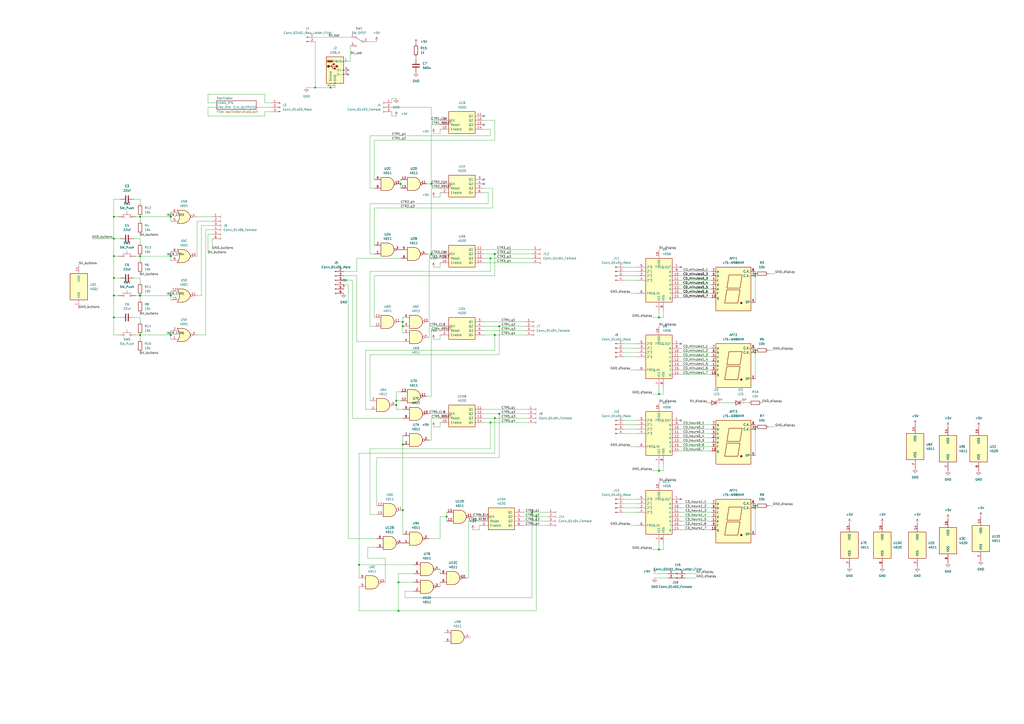
<source format=kicad_sch>
(kicad_sch (version 20211123) (generator eeschema)
  (paper "A2")
  (junction (at 382.27 184.15))
  (junction (at 66.04 138.43))
  (junction (at 382.27 273.05))
  (junction (at 66.04 184.15))
  (junction (at 311.15 299.72))
  (junction (at 81.28 125.73))
  (junction (at 259.08 299.72))
  (junction (at 229.87 234.95))
  (junction (at 250.19 147.32))
  (junction (at 66.04 171.45))
  (junction (at 438.15 247.65))
  (junction (at 99.06 125.73))
  (junction (at 81.28 171.45))
  (junction (at 438.15 203.2))
  (junction (at 232.41 106.68))
  (junction (at 229.87 232.41))
  (junction (at 81.1991 171.45))
  (junction (at 191.77 50.8))
  (junction (at 208.28 327.66))
  (junction (at 250.19 106.68))
  (junction (at 438.15 294.64))
  (junction (at 81.28 194.31))
  (junction (at 284.48 149.86))
  (junction (at 382.27 318.77))
  (junction (at 284.48 245.11))
  (junction (at 99.06 171.45))
  (junction (at 233.68 189.23))
  (junction (at 289.56 240.03))
  (junction (at 287.02 147.32))
  (junction (at 231.14 354.33))
  (junction (at 182.88 50.8))
  (junction (at 99.06 148.59))
  (junction (at 287.02 242.57))
  (junction (at 66.04 161.29))
  (junction (at 308.61 297.18))
  (junction (at 289.56 189.23))
  (junction (at 287.02 194.31))
  (junction (at 438.15 248.92))
  (junction (at 233.68 257.81))
  (junction (at 66.04 125.73))
  (junction (at 438.15 158.75))
  (junction (at 438.15 204.47))
  (junction (at 233.68 295.91))
  (junction (at 382.27 228.6))
  (junction (at 99.06 194.31))
  (junction (at 81.28 148.59))
  (junction (at 233.68 186.69))
  (junction (at 231.14 337.82))
  (junction (at 66.04 148.59))
  (junction (at 438.15 293.37))
  (junction (at 438.15 160.02))
  (no_connect (at 280.67 104.14))
  (no_connect (at 280.67 67.31))
  (no_connect (at 280.67 106.68))
  (no_connect (at 394.97 199.39))
  (no_connect (at 201.93 40.64))
  (no_connect (at 394.97 243.84))
  (no_connect (at 280.67 72.39))
  (no_connect (at 394.97 154.94))
  (no_connect (at 201.93 43.18))
  (no_connect (at 394.97 289.56))
  (wire (pts (xy 208.28 327.66) (xy 240.03 327.66)))
  (wire (pts (xy 99.06 123.19) (xy 99.06 125.73)))
  (wire (pts (xy 412.75 170.18) (xy 394.97 170.18)))
  (wire (pts (xy 207.01 160.02) (xy 207.01 198.12)))
  (wire (pts (xy 289.56 265.43) (xy 218.44 265.43)))
  (wire (pts (xy 438.15 203.2) (xy 438.15 204.47)))
  (wire (pts (xy 448.31 293.37) (xy 445.77 293.37)))
  (wire (pts (xy 438.15 158.75) (xy 438.15 160.02)))
  (wire (pts (xy 255.27 72.39) (xy 250.19 72.39)))
  (wire (pts (xy 255.27 340.36) (xy 255.27 337.82)))
  (wire (pts (xy 412.75 160.02) (xy 394.97 160.02)))
  (wire (pts (xy 284.48 157.48) (xy 214.63 157.48)))
  (wire (pts (xy 229.87 227.33) (xy 229.87 232.41)))
  (wire (pts (xy 270.51 335.28) (xy 271.78 335.28)))
  (wire (pts (xy 120.65 147.32) (xy 120.65 135.89)))
  (wire (pts (xy 218.44 24.13) (xy 213.36 24.13)))
  (wire (pts (xy 119.38 133.35) (xy 123.19 133.35)))
  (wire (pts (xy 438.15 204.47) (xy 438.15 219.71)))
  (wire (pts (xy 438.15 293.37) (xy 438.15 292.1)))
  (wire (pts (xy 227.33 62.23) (xy 250.19 62.23)))
  (wire (pts (xy 153.67 64.77) (xy 157.48 64.77)))
  (wire (pts (xy 248.92 312.42) (xy 255.27 312.42)))
  (wire (pts (xy 378.46 273.05) (xy 382.27 273.05)))
  (wire (pts (xy 384.81 184.15) (xy 384.81 180.34)))
  (wire (pts (xy 247.65 106.68) (xy 250.19 106.68)))
  (wire (pts (xy 247.65 229.87) (xy 250.19 229.87)))
  (wire (pts (xy 229.87 232.41) (xy 229.87 234.95)))
  (wire (pts (xy 125.73 62.23) (xy 120.65 62.23)))
  (wire (pts (xy 308.61 346.71) (xy 234.95 346.71)))
  (wire (pts (xy 232.41 106.68) (xy 232.41 109.22)))
  (wire (pts (xy 255.27 330.2) (xy 255.27 332.74)))
  (wire (pts (xy 394.97 157.48) (xy 412.75 157.48)))
  (wire (pts (xy 280.67 144.78) (xy 308.61 144.78)))
  (wire (pts (xy 289.56 240.03) (xy 306.07 240.03)))
  (wire (pts (xy 394.97 201.93) (xy 412.75 201.93)))
  (wire (pts (xy 274.32 299.72) (xy 278.13 299.72)))
  (wire (pts (xy 361.95 292.1) (xy 369.57 292.1)))
  (wire (pts (xy 241.3 33.02) (xy 241.3 34.29)))
  (wire (pts (xy 66.04 161.29) (xy 69.85 161.29)))
  (wire (pts (xy 361.95 157.48) (xy 369.57 157.48)))
  (wire (pts (xy 116.84 130.81) (xy 116.84 171.45)))
  (wire (pts (xy 66.04 184.15) (xy 66.04 194.31)))
  (wire (pts (xy 78.74 125.73) (xy 81.28 125.73)))
  (wire (pts (xy 412.75 251.46) (xy 394.97 251.46)))
  (wire (pts (xy 53.34 138.43) (xy 66.04 138.43)))
  (wire (pts (xy 412.75 209.55) (xy 394.97 209.55)))
  (wire (pts (xy 361.95 297.18) (xy 369.57 297.18)))
  (wire (pts (xy 384.81 318.77) (xy 384.81 314.96)))
  (wire (pts (xy 289.56 240.03) (xy 289.56 265.43)))
  (wire (pts (xy 182.88 21.59) (xy 203.2 21.59)))
  (wire (pts (xy 361.95 289.56) (xy 369.57 289.56)))
  (wire (pts (xy 214.63 205.74) (xy 289.56 205.74)))
  (wire (pts (xy 361.95 248.92) (xy 369.57 248.92)))
  (wire (pts (xy 280.67 152.4) (xy 308.61 152.4)))
  (wire (pts (xy 81.28 151.13) (xy 81.28 148.59)))
  (wire (pts (xy 233.68 257.81) (xy 233.68 295.91)))
  (wire (pts (xy 123.19 130.81) (xy 116.84 130.81)))
  (wire (pts (xy 361.95 251.46) (xy 369.57 251.46)))
  (wire (pts (xy 255.27 299.72) (xy 259.08 299.72)))
  (wire (pts (xy 250.19 106.68) (xy 255.27 106.68)))
  (wire (pts (xy 412.75 167.64) (xy 394.97 167.64)))
  (wire (pts (xy 248.92 255.27) (xy 250.19 255.27)))
  (wire (pts (xy 218.44 265.43) (xy 218.44 293.37)))
  (wire (pts (xy 280.67 149.86) (xy 284.48 149.86)))
  (wire (pts (xy 233.68 198.12) (xy 207.01 198.12)))
  (wire (pts (xy 120.65 59.69) (xy 120.65 54.61)))
  (wire (pts (xy 99.06 191.77) (xy 99.06 194.31)))
  (wire (pts (xy 303.53 304.8) (xy 317.5 304.8)))
  (wire (pts (xy 361.95 246.38) (xy 369.57 246.38)))
  (wire (pts (xy 66.04 148.59) (xy 68.58 148.59)))
  (wire (pts (xy 311.15 354.33) (xy 311.15 299.72)))
  (wire (pts (xy 66.04 148.59) (xy 66.04 161.29)))
  (wire (pts (xy 289.56 189.23) (xy 304.8 189.23)))
  (wire (pts (xy 99.06 125.73) (xy 81.28 125.73)))
  (wire (pts (xy 66.04 171.45) (xy 68.58 171.45)))
  (wire (pts (xy 394.97 246.38) (xy 412.75 246.38)))
  (wire (pts (xy 287.02 147.32) (xy 280.67 147.32)))
  (wire (pts (xy 412.75 304.8) (xy 394.97 304.8)))
  (wire (pts (xy 212.09 203.2) (xy 287.02 203.2)))
  (wire (pts (xy 255.27 77.47) (xy 255.27 74.93)))
  (wire (pts (xy 199.39 165.1) (xy 201.93 165.1)))
  (wire (pts (xy 382.27 184.15) (xy 384.81 184.15)))
  (wire (pts (xy 214.63 157.48) (xy 214.63 189.23)))
  (wire (pts (xy 99.06 148.59) (xy 99.06 151.13)))
  (wire (pts (xy 240.03 337.82) (xy 231.14 337.82)))
  (wire (pts (xy 208.28 354.33) (xy 231.14 354.33)))
  (wire (pts (xy 412.75 259.08) (xy 394.97 259.08)))
  (wire (pts (xy 412.75 214.63) (xy 394.97 214.63)))
  (wire (pts (xy 229.87 67.31) (xy 227.33 67.31)))
  (wire (pts (xy 119.38 194.31) (xy 119.38 133.35)))
  (wire (pts (xy 251.46 114.3) (xy 255.27 114.3)))
  (wire (pts (xy 116.84 171.45) (xy 114.3 171.45)))
  (wire (pts (xy 255.27 149.86) (xy 248.92 149.86)))
  (wire (pts (xy 287.02 242.57) (xy 306.07 242.57)))
  (wire (pts (xy 153.67 54.61) (xy 153.67 59.69)))
  (wire (pts (xy 69.85 115.57) (xy 66.04 115.57)))
  (wire (pts (xy 217.17 109.22) (xy 214.63 109.22)))
  (wire (pts (xy 223.52 323.85) (xy 213.36 323.85)))
  (wire (pts (xy 123.19 144.78) (xy 123.19 138.43)))
  (wire (pts (xy 412.75 204.47) (xy 394.97 204.47)))
  (wire (pts (xy 417.83 233.68) (xy 424.18 233.68)))
  (wire (pts (xy 213.36 317.5) (xy 218.44 317.5)))
  (wire (pts (xy 248.92 189.23) (xy 248.92 195.58)))
  (wire (pts (xy 81.28 205.74) (xy 81.28 204.47)))
  (wire (pts (xy 234.95 346.71) (xy 234.95 342.9)))
  (wire (pts (xy 412.75 302.26) (xy 394.97 302.26)))
  (wire (pts (xy 361.95 243.84) (xy 369.57 243.84)))
  (wire (pts (xy 284.48 78.74) (xy 284.48 74.93)))
  (wire (pts (xy 201.93 165.1) (xy 201.93 312.42)))
  (wire (pts (xy 287.02 262.89) (xy 208.28 262.89)))
  (wire (pts (xy 77.47 161.29) (xy 81.1991 161.29)))
  (wire (pts (xy 250.19 109.22) (xy 250.19 147.32)))
  (wire (pts (xy 81.28 115.57) (xy 81.28 118.11)))
  (wire (pts (xy 251.46 77.47) (xy 255.27 77.47)))
  (wire (pts (xy 255.27 154.94) (xy 255.27 152.4)))
  (wire (pts (xy 148.59 62.23) (xy 157.48 62.23)))
  (wire (pts (xy 280.67 186.69) (xy 304.8 186.69)))
  (wire (pts (xy 412.75 212.09) (xy 394.97 212.09)))
  (wire (pts (xy 412.75 294.64) (xy 394.97 294.64)))
  (wire (pts (xy 271.78 302.26) (xy 278.13 302.26)))
  (wire (pts (xy 284.48 149.86) (xy 308.61 149.86)))
  (wire (pts (xy 280.67 242.57) (xy 287.02 242.57)))
  (wire (pts (xy 214.63 147.32) (xy 214.63 118.11)))
  (wire (pts (xy 232.41 104.14) (xy 232.41 106.68)))
  (wire (pts (xy 81.28 184.15) (xy 81.28 186.69)))
  (wire (pts (xy 99.06 125.73) (xy 99.06 128.27)))
  (wire (pts (xy 255.27 114.3) (xy 255.27 111.76)))
  (wire (pts (xy 233.68 186.69) (xy 233.68 189.23)))
  (wire (pts (xy 177.8 50.8) (xy 182.88 50.8)))
  (wire (pts (xy 214.63 260.35) (xy 284.48 260.35)))
  (wire (pts (xy 255.27 189.23) (xy 248.92 189.23)))
  (wire (pts (xy 81.1991 161.29) (xy 81.28 163.83)))
  (wire (pts (xy 78.74 148.59) (xy 81.28 148.59)))
  (wire (pts (xy 287.02 81.28) (xy 287.02 69.85)))
  (wire (pts (xy 227.33 67.31) (xy 227.33 64.77)))
  (wire (pts (xy 99.06 171.45) (xy 99.06 173.99)))
  (wire (pts (xy 99.06 148.59) (xy 81.28 148.59)))
  (wire (pts (xy 229.87 227.33) (xy 232.41 227.33)))
  (wire (pts (xy 232.41 186.69) (xy 233.68 186.69)))
  (wire (pts (xy 255.27 312.42) (xy 255.27 299.72)))
  (wire (pts (xy 361.95 204.47) (xy 369.57 204.47)))
  (wire (pts (xy 280.67 194.31) (xy 287.02 194.31)))
  (wire (pts (xy 66.04 161.29) (xy 66.04 171.45)))
  (wire (pts (xy 251.46 154.94) (xy 255.27 154.94)))
  (wire (pts (xy 412.75 248.92) (xy 394.97 248.92)))
  (wire (pts (xy 199.39 160.02) (xy 207.01 160.02)))
  (wire (pts (xy 394.97 292.1) (xy 412.75 292.1)))
  (wire (pts (xy 303.53 297.18) (xy 308.61 297.18)))
  (wire (pts (xy 248.92 149.86) (xy 248.92 186.69)))
  (wire (pts (xy 213.36 323.85) (xy 213.36 317.5)))
  (wire (pts (xy 99.06 194.31) (xy 99.06 196.85)))
  (wire (pts (xy 412.75 256.54) (xy 394.97 256.54)))
  (wire (pts (xy 153.67 59.69) (xy 157.48 59.69)))
  (wire (pts (xy 438.15 160.02) (xy 438.15 175.26)))
  (wire (pts (xy 81.28 160.02) (xy 81.28 158.75)))
  (wire (pts (xy 66.04 138.43) (xy 66.04 148.59)))
  (wire (pts (xy 280.67 237.49) (xy 306.07 237.49)))
  (wire (pts (xy 231.14 354.33) (xy 311.15 354.33)))
  (wire (pts (xy 214.63 232.41) (xy 214.63 205.74)))
  (wire (pts (xy 378.46 318.77) (xy 382.27 318.77)))
  (wire (pts (xy 214.63 118.11) (xy 283.21 118.11)))
  (wire (pts (xy 114.3 128.27) (xy 123.19 128.27)))
  (wire (pts (xy 303.53 302.26) (xy 317.5 302.26)))
  (wire (pts (xy 114.3 125.73) (xy 123.19 125.73)))
  (wire (pts (xy 250.19 191.77) (xy 250.19 229.87)))
  (wire (pts (xy 259.08 299.72) (xy 259.08 302.26)))
  (wire (pts (xy 438.15 203.2) (xy 438.15 201.93)))
  (wire (pts (xy 287.02 203.2) (xy 287.02 194.31)))
  (wire (pts (xy 248.92 240.03) (xy 255.27 240.03)))
  (wire (pts (xy 125.73 59.69) (xy 120.65 59.69)))
  (wire (pts (xy 233.68 295.91) (xy 233.68 309.88)))
  (wire (pts (xy 250.19 72.39) (xy 250.19 106.68)))
  (wire (pts (xy 438.15 248.92) (xy 438.15 264.16)))
  (wire (pts (xy 250.19 69.85) (xy 255.27 69.85)))
  (wire (pts (xy 69.85 138.43) (xy 66.04 138.43)))
  (wire (pts (xy 208.28 340.36) (xy 208.28 354.33)))
  (wire (pts (xy 412.75 207.01) (xy 394.97 207.01)))
  (wire (pts (xy 284.48 149.86) (xy 284.48 157.48)))
  (wire (pts (xy 361.95 162.56) (xy 369.57 162.56)))
  (wire (pts (xy 250.19 147.32) (xy 255.27 147.32)))
  (wire (pts (xy 77.47 115.57) (xy 81.28 115.57)))
  (wire (pts (xy 114.3 194.31) (xy 119.38 194.31)))
  (wire (pts (xy 214.63 109.22) (xy 214.63 78.74)))
  (wire (pts (xy 280.67 74.93) (xy 284.48 74.93)))
  (wire (pts (xy 308.61 297.18) (xy 317.5 297.18)))
  (wire (pts (xy 449.58 247.65) (xy 445.77 247.65)))
  (wire (pts (xy 217.17 81.28) (xy 287.02 81.28)))
  (wire (pts (xy 81.28 137.16) (xy 81.28 135.89)))
  (wire (pts (xy 278.13 307.34) (xy 278.13 304.8)))
  (wire (pts (xy 438.15 247.65) (xy 438.15 246.38)))
  (wire (pts (xy 283.21 118.11) (xy 283.21 111.76)))
  (wire (pts (xy 81.28 128.27) (xy 81.28 125.73)))
  (wire (pts (xy 361.95 154.94) (xy 369.57 154.94)))
  (wire (pts (xy 311.15 299.72) (xy 317.5 299.72)))
  (wire (pts (xy 81.28 171.45) (xy 99.06 171.45)))
  (wire (pts (xy 78.74 194.31) (xy 81.28 194.31)))
  (wire (pts (xy 120.65 135.89) (xy 123.19 135.89)))
  (wire (pts (xy 247.65 147.32) (xy 250.19 147.32)))
  (wire (pts (xy 250.19 255.27) (xy 250.19 242.57)))
  (wire (pts (xy 280.67 69.85) (xy 287.02 69.85)))
  (wire (pts (xy 81.28 182.88) (xy 81.28 181.61)))
  (wire (pts (xy 69.85 184.15) (xy 66.04 184.15)))
  (wire (pts (xy 217.17 147.32) (xy 214.63 147.32)))
  (wire (pts (xy 227.33 59.69) (xy 227.33 57.15)))
  (wire (pts (xy 361.95 207.01) (xy 369.57 207.01)))
  (wire (pts (xy 412.75 307.34) (xy 394.97 307.34)))
  (wire (pts (xy 208.28 327.66) (xy 208.28 335.28)))
  (wire (pts (xy 412.75 297.18) (xy 394.97 297.18)))
  (wire (pts (xy 271.78 335.28) (xy 271.78 302.26)))
  (wire (pts (xy 448.31 203.2) (xy 445.77 203.2)))
  (wire (pts (xy 234.95 342.9) (xy 240.03 342.9)))
  (wire (pts (xy 201.93 312.42) (xy 218.44 312.42)))
  (wire (pts (xy 212.09 237.49) (xy 212.09 203.2)))
  (wire (pts (xy 214.63 237.49) (xy 212.09 237.49)))
  (wire (pts (xy 284.48 245.11) (xy 280.67 245.11)))
  (wire (pts (xy 223.52 337.82) (xy 223.52 323.85)))
  (wire (pts (xy 182.88 50.8) (xy 191.77 50.8)))
  (wire (pts (xy 280.67 240.03) (xy 289.56 240.03)))
  (wire (pts (xy 99.06 168.91) (xy 99.06 171.45)))
  (wire (pts (xy 412.75 162.56) (xy 394.97 162.56)))
  (wire (pts (xy 378.46 228.6) (xy 382.27 228.6)))
  (wire (pts (xy 361.95 199.39) (xy 369.57 199.39)))
  (wire (pts (xy 250.19 62.23) (xy 250.19 69.85)))
  (wire (pts (xy 233.68 189.23) (xy 233.68 193.04)))
  (wire (pts (xy 382.27 314.96) (xy 382.27 318.77)))
  (wire (pts (xy 382.27 180.34) (xy 382.27 184.15)))
  (wire (pts (xy 214.63 189.23) (xy 217.17 189.23)))
  (wire (pts (xy 231.14 337.82) (xy 231.14 354.33)))
  (wire (pts (xy 182.88 24.13) (xy 182.88 50.8)))
  (wire (pts (xy 207.01 149.86) (xy 207.01 157.48)))
  (wire (pts (xy 217.17 120.65) (xy 217.17 142.24)))
  (wire (pts (xy 434.34 233.68) (xy 431.8 233.68)))
  (wire (pts (xy 287.02 160.02) (xy 287.02 147.32)))
  (wire (pts (xy 217.17 104.14) (xy 217.17 81.28)))
  (wire (pts (xy 217.17 160.02) (xy 287.02 160.02)))
  (wire (pts (xy 232.41 149.86) (xy 207.01 149.86)))
  (wire (pts (xy 412.75 172.72) (xy 394.97 172.72)))
  (wire (pts (xy 227.33 57.15) (xy 229.87 57.15)))
  (wire (pts (xy 412.75 261.62) (xy 394.97 261.62)))
  (wire (pts (xy 403.86 335.28) (xy 397.51 335.28)))
  (wire (pts (xy 369.57 304.8) (xy 365.76 304.8)))
  (wire (pts (xy 99.06 146.05) (xy 99.06 148.59)))
  (wire (pts (xy 204.47 242.57) (xy 233.68 242.57)))
  (wire (pts (xy 81.28 196.85) (xy 81.28 194.31)))
  (wire (pts (xy 361.95 201.93) (xy 369.57 201.93)))
  (wire (pts (xy 201.93 35.56) (xy 203.2 35.56)))
  (wire (pts (xy 233.68 252.73) (xy 233.68 257.81)))
  (wire (pts (xy 280.67 189.23) (xy 289.56 189.23)))
  (wire (pts (xy 214.63 298.45) (xy 214.63 260.35)))
  (wire (pts (xy 378.46 184.15) (xy 382.27 184.15)))
  (wire (pts (xy 77.47 138.43) (xy 81.28 138.43)))
  (wire (pts (xy 208.28 262.89) (xy 208.28 327.66)))
  (wire (pts (xy 229.87 234.95) (xy 229.87 237.49)))
  (wire (pts (xy 379.73 335.28) (xy 387.35 335.28)))
  (wire (pts (xy 369.57 259.08) (xy 365.76 259.08)))
  (wire (pts (xy 66.04 125.73) (xy 68.58 125.73)))
  (wire (pts (xy 303.53 299.72) (xy 311.15 299.72)))
  (wire (pts (xy 207.01 157.48) (xy 199.39 157.48)))
  (wire (pts (xy 231.14 332.74) (xy 231.14 337.82)))
  (wire (pts (xy 240.03 332.74) (xy 231.14 332.74)))
  (wire (pts (xy 382.27 228.6) (xy 384.81 228.6)))
  (wire (pts (xy 255.27 247.65) (xy 255.27 245.11)))
  (wire (pts (xy 384.81 228.6) (xy 384.81 224.79)))
  (wire (pts (xy 191.77 50.8) (xy 194.31 50.8)))
  (wire (pts (xy 287.02 194.31) (xy 304.8 194.31)))
  (wire (pts (xy 78.74 171.45) (xy 81.1991 171.45)))
  (wire (pts (xy 438.15 158.75) (xy 438.15 157.48)))
  (wire (pts (xy 285.75 109.22) (xy 285.75 120.65)))
  (wire (pts (xy 217.17 184.15) (xy 217.17 160.02)))
  (wire (pts (xy 204.47 162.56) (xy 199.39 162.56)))
  (wire (pts (xy 412.75 217.17) (xy 394.97 217.17)))
  (wire (pts (xy 438.15 247.65) (xy 438.15 248.92)))
  (wire (pts (xy 255.27 109.22) (xy 250.19 109.22)))
  (wire (pts (xy 66.04 171.45) (xy 66.04 184.15)))
  (wire (pts (xy 120.65 54.61) (xy 153.67 54.61)))
  (wire (pts (xy 438.15 293.37) (xy 438.15 294.64)))
  (wire (pts (xy 449.58 158.75) (xy 445.77 158.75)))
  (wire (pts (xy 274.32 307.34) (xy 278.13 307.34)))
  (wire (pts (xy 229.87 232.41) (xy 232.41 232.41)))
  (wire (pts (xy 382.27 224.79) (xy 382.27 228.6)))
  (wire (pts (xy 68.58 194.31) (xy 66.04 194.31)))
  (wire (pts (xy 81.28 138.43) (xy 81.28 140.97)))
  (wire (pts (xy 280.67 111.76) (xy 283.21 111.76)))
  (wire (pts (xy 81.28 173.99) (xy 81.28 171.45)))
  (wire (pts (xy 361.95 160.02) (xy 369.57 160.02)))
  (wire (pts (xy 384.81 273.05) (xy 384.81 269.24)))
  (wire (pts (xy 66.04 115.57) (xy 66.04 125.73)))
  (wire (pts (xy 287.02 147.32) (xy 308.61 147.32)))
  (wire (pts (xy 382.27 273.05) (xy 384.81 273.05)))
  (wire (pts (xy 214.63 78.74) (xy 284.48 78.74)))
  (wire (pts (xy 120.65 67.31) (xy 153.67 67.31)))
  (wire (pts (xy 369.57 170.18) (xy 365.76 170.18)))
  (wire (pts (xy 66.04 125.73) (xy 66.04 138.43)))
  (wire (pts (xy 382.27 318.77) (xy 384.81 318.77)))
  (wire (pts (xy 284.48 260.35) (xy 284.48 245.11)))
  (wire (pts (xy 153.67 67.31) (xy 153.67 64.77)))
  (wire (pts (xy 77.47 184.15) (xy 81.28 184.15)))
  (wire (pts (xy 229.87 237.49) (xy 233.68 237.49)))
  (wire (pts (xy 218.44 298.45) (xy 214.63 298.45)))
  (wire (pts (xy 203.2 35.56) (xy 203.2 26.67)))
  (wire (pts (xy 259.08 299.72) (xy 259.08 297.18)))
  (wire (pts (xy 255.27 196.85) (xy 255.27 194.31)))
  (wire (pts (xy 379.73 332.74) (xy 387.35 332.74)))
  (wire (pts (xy 280.67 191.77) (xy 304.8 191.77)))
  (wire (pts (xy 361.95 294.64) (xy 369.57 294.64)))
  (wire (pts (xy 233.68 184.15) (xy 233.68 186.69)))
  (wire (pts (xy 412.75 165.1) (xy 394.97 165.1)))
  (wire (pts (xy 412.75 299.72) (xy 394.97 299.72)))
  (wire (pts (xy 251.46 247.65) (xy 255.27 247.65)))
  (wire (pts (xy 308.61 297.18) (xy 308.61 346.71)))
  (wire (pts (xy 280.67 109.22) (xy 285.75 109.22)))
  (wire (pts (xy 204.47 242.57) (xy 204.47 162.56)))
  (wire (pts (xy 412.75 254) (xy 394.97 254)))
  (wire (pts (xy 403.86 332.74) (xy 397.51 332.74)))
  (wire (pts (xy 369.57 214.63) (xy 365.76 214.63)))
  (wire (pts (xy 289.56 205.74) (xy 289.56 189.23)))
  (wire (pts (xy 285.75 120.65) (xy 217.17 120.65)))
  (wire (pts (xy 120.65 62.23) (xy 120.65 67.31)))
  (wire (pts (xy 287.02 242.57) (xy 287.02 262.89)))
  (wire (pts (xy 81.28 171.45) (xy 81.1991 171.45)))
  (wire (pts (xy 284.48 245.11) (xy 306.07 245.11)))
  (wire (pts (xy 438.15 294.64) (xy 438.15 309.88)))
  (wire (pts (xy 251.46 196.85) (xy 255.27 196.85)))
  (wire (pts (xy 114.3 148.59) (xy 114.3 128.27)))
  (wire (pts (xy 382.27 269.24) (xy 382.27 273.05)))
  (wire (pts (xy 250.19 242.57) (xy 255.27 242.57)))
  (wire (pts (xy 81.28 194.31) (xy 99.06 194.31)))
  (wire (pts (xy 250.19 191.77) (xy 255.27 191.77)))
  (label "GND_display" (at 378.46 273.05 180))
  (label "CD_hours0_7" (at 396.24 261.62 0))
  (label "INCR_CTR6" (at 96.52 194.31 0))
  (label "CD_minutes1_3" (at 396.24 207.01 0))
  (label "5V_buttons" (at 81.28 137.16 0))
  (label "GND_display" (at 378.46 318.77 180))
  (label "CD_minutes0_4" (at 396.24 165.1 0))
  (label "CTR1_q2" (at 227.33 81.28 0))
  (label "5V_display" (at 382.27 144.78 0))
  (label "INCR_CTR3" (at 96.52 125.73 0))
  (label "CD_hours1_7" (at 397.51 307.34 0))
  (label "GND_display" (at 403.86 335.28 0))
  (label "CD_minutes0_6" (at 396.24 170.18 0))
  (label "CTR5_CLK" (at 248.92 240.03 0))
  (label "CD_hours1_2" (at 397.51 294.64 0))
  (label "CD_minutes1_1" (at 396.24 201.93 0))
  (label "CD_minutes1_4" (at 396.24 209.55 0))
  (label "5V_display" (at 382.27 189.23 0))
  (label "CTR6_q1" (at 304.8 297.18 0))
  (label "CTR1_q4" (at 227.33 78.74 0))
  (label "GND_display" (at 448.31 293.37 0))
  (label "GND_buttons" (at 45.72 179.07 0))
  (label "CD_minutes1_5" (at 396.24 212.09 0))
  (label "CD_minutes0_2" (at 396.24 160.02 0))
  (label "CTR5_q3" (at 290.83 242.57 0))
  (label "CTR2_CLK" (at 250.19 106.68 0))
  (label "CTR6_RESET" (at 271.78 302.26 0))
  (label "CTR5_q4" (at 290.83 245.11 0))
  (label "CD_minutes1_6" (at 396.24 214.63 0))
  (label "CD_minutes0_3" (at 396.24 162.56 0))
  (label "5V_display" (at 382.27 233.68 0))
  (label "CD_minutes0_7" (at 396.24 172.72 0))
  (label "GND_display" (at 449.58 158.75 0))
  (label "CTR4_q2" (at 290.83 189.23 0))
  (label "CD_minutes0_5" (at 396.24 167.64 0))
  (label "5V_buttons" (at 81.28 160.02 0))
  (label "CD_minutes0_6" (at 396.24 170.18 0))
  (label "CTR4_q4" (at 290.83 194.31 0))
  (label "GND_buttons" (at 123.19 144.78 0))
  (label "CTR5_RESET" (at 250.19 242.57 0))
  (label "CTR1_RESET" (at 250.19 72.39 0))
  (label "GND_display" (at 365.76 214.63 180))
  (label "CTR3_q2" (at 288.29 147.32 0))
  (label "CD_minutes0_7" (at 396.24 172.72 0))
  (label "CD_minutes0_5" (at 396.24 167.64 0))
  (label "5V_display" (at 410.21 233.68 180))
  (label "CD_hours0_2" (at 396.24 248.92 0))
  (label "5V_bat" (at 190.5 21.59 0))
  (label "GND_display" (at 378.46 184.15 180))
  (label "5V_buttons" (at 81.28 182.88 0))
  (label "GND_buttons" (at 53.34 138.43 0))
  (label "GND_display" (at 449.58 247.65 0))
  (label "INCR_CTR4" (at 96.52 148.59 0))
  (label "GND_display" (at 448.31 203.2 0))
  (label "CTR3_q1" (at 288.29 144.78 0))
  (label "5V_buttons" (at 81.28 205.74 0))
  (label "5V_display" (at 403.86 332.74 0))
  (label "CTR5_q2" (at 290.83 240.03 0))
  (label "CTR3_RESET" (at 248.92 149.86 0))
  (label "CTR6_q4" (at 304.8 304.8 0))
  (label "CTR1_CLK" (at 250.19 69.85 0))
  (label "CD_hours0_5" (at 396.24 256.54 0))
  (label "CD_hours1_4" (at 397.51 299.72 0))
  (label "CD_hours0_1" (at 396.24 246.38 0))
  (label "GND_display" (at 378.46 228.6 180))
  (label "CD_hours0_6" (at 396.24 259.08 0))
  (label "CTR4_RESET" (at 250.19 191.77 0))
  (label "CTR6_q3" (at 304.8 302.26 0))
  (label "CD_hours1_3" (at 397.51 297.18 0))
  (label "CTR3_q3" (at 288.29 149.86 0))
  (label "5V_display" (at 382.27 279.4 0))
  (label "CD_hours0_3" (at 396.24 251.46 0))
  (label "CTR4_q1" (at 290.83 186.69 0))
  (label "CD_minutes1_7" (at 396.24 217.17 0))
  (label "GND_display" (at 365.76 304.8 180))
  (label "INCR_CTR5" (at 96.52 171.45 0))
  (label "GND_display" (at 365.76 259.08 180))
  (label "CD_hours1_6" (at 397.51 304.8 0))
  (label "CTR6_q2" (at 304.8 299.72 0))
  (label "CD_minutes0_1" (at 396.24 157.48 0))
  (label "5V_buttons" (at 120.65 147.32 0))
  (label "CD_hours0_4" (at 396.24 254 0))
  (label "CTR5_q1" (at 290.83 237.49 0))
  (label "CTR4_CLK" (at 248.92 189.23 0))
  (label "GND_display" (at 365.76 170.18 180))
  (label "CD_minutes0_3" (at 396.24 162.56 0))
  (label "5V_buttons" (at 45.72 153.67 0))
  (label "CD_minutes1_2" (at 396.24 204.47 0))
  (label "CD_hours1_1" (at 397.51 292.1 0))
  (label "5V_usb" (at 203.2 31.75 0))
  (label "CD_minutes0_2" (at 396.24 160.02 0))
  (label "GND_display" (at 441.96 233.68 0))
  (label "CTR2_q3" (at 232.41 120.65 0))
  (label "CTR6_CLK" (at 274.32 299.72 0))
  (label "CD_minutes0_4" (at 396.24 165.1 0))
  (label "CTR3_q4" (at 288.29 152.4 0))
  (label "CTR2_RESET" (at 250.19 109.22 0))
  (label "CTR4_q3" (at 290.83 191.77 0))
  (label "CTR3_CLK" (at 250.19 147.32 0))
  (label "CTR2_q4" (at 232.41 118.11 0))
  (label "CD_hours1_5" (at 397.51 302.26 0))
  (symbol (lib_id "Connector:Conn_01x02_Male") (at 392.43 332.74 0) (unit 1)
    (property "Reference" "J15" (at 393.065 327.66 0))
    (property "Value" "Conn_02x01_Row_Letter_First" (at 393.065 330.2 0))
    (property "Footprint" "Connector_PinSocket_2.54mm:PinSocket_1x02_P2.54mm_Vertical" (effects hide))
  )
  (symbol (lib_id "power:GND") (at 379.73 335.28 0) (unit 1)
    (property "Reference" "#PWR0101" (effects hide))
    (property "Value" "GND" (at 379.73 340.36 0))
  )
  (symbol (lib_id "4xxx:4011") (at 247.65 330.2 0) (mirror x) (unit 2)
    (property "Reference" "U7" (at 247.65 321.31 0))
    (property "Value" "4011" (at 247.65 323.85 0))
    (property "Footprint" "Package_DIP:DIP-14_W7.62mm_Socket" (effects hide))
    (property "Datasheet" "http://www.intersil.com/content/dam/Intersil/documents/cd40/cd4011bms-12bms-23bms.pdf" (effects hide))
  )
  (symbol (lib_id "4xxx:4011") (at 226.06 314.96 0) (mirror x) (unit 2)
    (property "Reference" "U12" (at 226.06 306.07 0))
    (property "Value" "4011" (at 226.06 308.61 0))
    (property "Footprint" "Package_DIP:DIP-14_W7.62mm_Socket" (effects hide))
    (property "Datasheet" "http://www.intersil.com/content/dam/Intersil/documents/cd40/cd4011bms-12bms-23bms.pdf" (effects hide))
  )
  (symbol (lib_id "power:+5V") (at 251.46 77.47 0) (unit 1)
    (property "Reference" "#PWR06" (effects hide))
    (property "Value" "+5V" (at 248.92 76.1999 0) (effects (justify right)))
  )
  (symbol (lib_id "Device:R") (at 441.96 247.65 90) (unit 1)
    (property "Reference" "R7" (at 441.96 241.3 90))
    (property "Value" "10k" (at 441.96 243.84 90))
    (property "Footprint" "Resistor_THT:R_Axial_DIN0207_L6.3mm_D2.5mm_P7.62mm_Horizontal" (effects hide))
  )
  (symbol (lib_id "power:GND") (at 549.91 326.39 0) (unit 1)
    (property "Reference" "#PWR034" (effects hide))
    (property "Value" "GND" (at 549.91 331.47 0))
  )
  (symbol (lib_id "Device:R") (at 81.28 154.94 180) (unit 1)
    (property "Reference" "R6" (at 83.82 153.6699 0) (effects (justify right)))
    (property "Value" "10k" (at 83.82 156.2099 0) (effects (justify right)))
    (property "Footprint" "Resistor_THT:R_Axial_DIN0207_L6.3mm_D2.5mm_P7.62mm_Horizontal" (effects hide))
  )
  (symbol (lib_id "Device:R") (at 81.28 144.78 180) (unit 1)
    (property "Reference" "R13" (at 83.82 143.5099 0) (effects (justify right)))
    (property "Value" "10k" (at 83.82 146.0499 0) (effects (justify right)))
    (property "Footprint" "Resistor_THT:R_Axial_DIN0207_L6.3mm_D2.5mm_P7.62mm_Horizontal" (effects hide))
  )
  (symbol (lib_id "power:+5V") (at 251.46 196.85 0) (unit 1)
    (property "Reference" "#PWR017" (effects hide))
    (property "Value" "+5V" (at 251.46 191.77 0))
  )
  (symbol (lib_id "Connector:Conn_01x03_Male") (at 162.56 62.23 0) (mirror y) (unit 1)
    (property "Reference" "J3" (at 163.83 60.9599 0) (effects (justify right)))
    (property "Value" "Conn_01x03_Male" (at 163.83 63.4999 0) (effects (justify right)))
    (property "Footprint" "Connector_PinHeader_2.54mm:PinHeader_1x03_P2.54mm_Vertical" (effects hide))
  )
  (symbol (lib_id "Connector:Conn_01x06_Male") (at 194.31 162.56 0) (unit 1)
    (property "Reference" "J5" (at 194.945 152.4 0))
    (property "Value" "Conn_01x06_Male" (at 194.945 154.94 0))
    (property "Footprint" "Connector_PinSocket_2.54mm:PinSocket_1x06_P2.54mm_Vertical" (effects hide))
  )
  (symbol (lib_id "4xxx:4011") (at 241.3 255.27 0) (unit 1)
    (property "Reference" "U7" (at 241.3 246.38 0))
    (property "Value" "4011" (at 241.3 248.92 0))
    (property "Footprint" "Package_DIP:DIP-14_W7.62mm_Socket" (effects hide))
    (property "Datasheet" "http://www.intersil.com/content/dam/Intersil/documents/cd40/cd4011bms-12bms-23bms.pdf" (effects hide))
  )
  (symbol (lib_id "4xxx-addon:4055") (at 382.27 162.56 0) (unit 1)
    (property "Reference" "U4" (at 384.2894 144.78 0) (effects (justify left)))
    (property "Value" "4056" (at 384.2894 147.32 0) (effects (justify left)))
    (property "Footprint" "Package_DIP:DIP-16_W7.62mm_Socket" (effects hide))
    (property "Datasheet" "http://www.ti.com/lit/ds/symlink/cd4056b.pdf" (effects hide))
  )
  (symbol (lib_id "4xxx:4001") (at 106.68 194.31 0) (mirror x) (unit 1)
    (property "Reference" "U5" (at 106.68 185.42 0))
    (property "Value" "4001" (at 106.68 187.96 0))
    (property "Footprint" "Package_DIP:DIP-14_W7.62mm_Socket" (effects hide))
    (property "Datasheet" "http://www.intersil.com/content/dam/Intersil/documents/cd40/cd4000bms-01bms-02bms-25bms.pdf" (effects hide))
  )
  (symbol (lib_id "4xxx:4520") (at 511.81 316.23 0) (unit 3)
    (property "Reference" "U10" (at 518.16 314.9599 0) (effects (justify left)))
    (property "Value" "4520" (at 518.16 317.4999 0) (effects (justify left)))
    (property "Footprint" "Package_DIP:DIP-16_W7.62mm_Socket" (effects hide))
    (property "Datasheet" "http://www.intersil.com/content/dam/Intersil/documents/cd45/cd4518bms-20bms.pdf" (effects hide))
  )
  (symbol (lib_id "Device:R") (at 81.28 177.8 180) (unit 1)
    (property "Reference" "R8" (at 83.82 176.5299 0) (effects (justify right)))
    (property "Value" "10k" (at 83.82 179.0699 0) (effects (justify right)))
    (property "Footprint" "Resistor_THT:R_Axial_DIN0207_L6.3mm_D2.5mm_P7.62mm_Horizontal" (effects hide))
  )
  (symbol (lib_id "Device:C") (at 241.3 38.1 0) (unit 1)
    (property "Reference" "C7" (at 245.11 36.8299 0) (effects (justify left)))
    (property "Value" "560u" (at 245.11 39.3699 0) (effects (justify left)))
    (property "Footprint" "Capacitor_THT:CP_Radial_D10.0mm_P5.00mm" (effects hide))
  )
  (symbol (lib_id "power:+5V") (at 274.32 307.34 0) (unit 1)
    (property "Reference" "#PWR039" (effects hide))
    (property "Value" "+5V" (at 274.32 302.26 0))
  )
  (symbol (lib_id "Connector:Conn_01x04_Female") (at 311.15 240.03 0) (unit 1)
    (property "Reference" "J9" (at 312.42 240.0299 0) (effects (justify left)))
    (property "Value" "Conn_01x04_Female" (at 312.42 242.5699 0) (effects (justify left)))
    (property "Footprint" "Connector_PinSocket_2.54mm:PinSocket_1x04_P2.54mm_Vertical" (effects hide))
  )
  (symbol (lib_id "4xxx:4001") (at 106.68 148.59 0) (unit 3)
    (property "Reference" "U5" (at 106.68 139.7 0))
    (property "Value" "4001" (at 106.68 142.24 0))
    (property "Footprint" "Package_DIP:DIP-14_W7.62mm_Socket" (effects hide))
    (property "Datasheet" "http://www.intersil.com/content/dam/Intersil/documents/cd40/cd4000bms-01bms-02bms-25bms.pdf" (effects hide))
  )
  (symbol (lib_id "4xxx:4520") (at 267.97 106.68 0) (unit 1)
    (property "Reference" "U1" (at 267.97 96.52 0))
    (property "Value" "4520" (at 267.97 99.06 0))
    (property "Footprint" "Package_DIP:DIP-16_W7.62mm_Socket" (effects hide))
    (property "Datasheet" "http://www.intersil.com/content/dam/Intersil/documents/cd45/cd4518bms-20bms.pdf" (effects hide))
  )
  (symbol (lib_id "4xxx:4011") (at 262.89 335.28 0) (unit 3)
    (property "Reference" "U12" (at 262.89 326.39 0))
    (property "Value" "4011" (at 262.89 328.93 0))
    (property "Footprint" "Package_DIP:DIP-14_W7.62mm_Socket" (effects hide))
    (property "Datasheet" "http://www.intersil.com/content/dam/Intersil/documents/cd40/cd4011bms-12bms-23bms.pdf" (effects hide))
  )
  (symbol (lib_id "4xxx:4011") (at 266.7 299.72 0) (mirror x) (unit 4)
    (property "Reference" "U12" (at 266.7 290.83 0))
    (property "Value" "4011" (at 266.7 293.37 0))
    (property "Footprint" "Package_DIP:DIP-14_W7.62mm_Socket" (effects hide))
    (property "Datasheet" "http://www.intersil.com/content/dam/Intersil/documents/cd40/cd4011bms-12bms-23bms.pdf" (effects hide))
  )
  (symbol (lib_id "power:+5V") (at 492.76 303.53 0) (unit 1)
    (property "Reference" "#PWR042" (effects hide))
    (property "Value" "+5V" (at 492.76 298.45 0))
  )
  (symbol (lib_id "power:GND") (at 568.96 325.12 0) (unit 1)
    (property "Reference" "#PWR036" (effects hide))
    (property "Value" "GND" (at 568.96 330.2 0))
  )
  (symbol (lib_id "4xxx:4001") (at 45.72 166.37 0) (unit 5)
    (property "Reference" "U5" (at 52.07 165.0999 0) (effects (justify left)))
    (property "Value" "4001" (at 52.07 167.6399 0) (effects (justify left)))
    (property "Footprint" "Package_DIP:DIP-14_W7.62mm_Socket" (effects hide))
    (property "Datasheet" "http://www.intersil.com/content/dam/Intersil/documents/cd40/cd4000bms-01bms-02bms-25bms.pdf" (effects hide))
  )
  (symbol (lib_id "power:+5V") (at 199.39 167.64 0) (unit 1)
    (property "Reference" "#PWR03" (effects hide))
    (property "Value" "+5V" (at 199.39 162.56 0))
  )
  (symbol (lib_id "power:+5V") (at 379.73 332.74 0) (unit 1)
    (property "Reference" "#PWR037" (effects hide))
    (property "Value" "+5V" (at 377.19 331.4699 0) (effects (justify right)))
  )
  (symbol (lib_id "4xxx:4011") (at 492.76 316.23 0) (unit 5)
    (property "Reference" "U7" (at 499.11 314.9599 0) (effects (justify left)))
    (property "Value" "4011" (at 499.11 317.4999 0) (effects (justify left)))
    (property "Footprint" "Package_DIP:DIP-14_W7.62mm_Socket" (effects hide))
    (property "Datasheet" "http://www.intersil.com/content/dam/Intersil/documents/cd40/cd4011bms-12bms-23bms.pdf" (effects hide))
  )
  (symbol (lib_id "Connector:Conn_01x04_Female") (at 309.88 189.23 0) (unit 1)
    (property "Reference" "J7" (at 311.15 189.2299 0) (effects (justify left)))
    (property "Value" "Conn_01x04_Female" (at 311.15 191.7699 0) (effects (justify left)))
    (property "Footprint" "Connector_PinSocket_2.54mm:PinSocket_1x04_P2.54mm_Vertical" (effects hide))
  )
  (symbol (lib_id "4xxx:4011") (at 215.9 337.82 0) (unit 3)
    (property "Reference" "U9" (at 215.9 328.93 0))
    (property "Value" "4011" (at 215.9 331.47 0))
    (property "Footprint" "Package_DIP:DIP-14_W7.62mm_Socket" (effects hide))
    (property "Datasheet" "http://www.intersil.com/content/dam/Intersil/documents/cd40/cd4011bms-12bms-23bms.pdf" (effects hide))
  )
  (symbol (lib_id "power:+5V") (at 511.81 303.53 0) (unit 1)
    (property "Reference" "#PWR040" (effects hide))
    (property "Value" "+5V" (at 511.81 298.45 0))
  )
  (symbol (lib_id "power:+5V") (at 530.86 246.38 0) (unit 1)
    (property "Reference" "#PWR018" (effects hide))
    (property "Value" "+5V" (at 530.86 241.3 0))
  )
  (symbol (lib_id "4xxx-addon:4055") (at 382.27 207.01 0) (unit 1)
    (property "Reference" "U8" (at 384.2894 189.23 0) (effects (justify left)))
    (property "Value" "4056" (at 384.2894 191.77 0) (effects (justify left)))
    (property "Footprint" "Package_DIP:DIP-16_W7.62mm_Socket" (effects hide))
    (property "Datasheet" "http://www.ti.com/lit/ds/symlink/cd4056b.pdf" (effects hide))
  )
  (symbol (lib_id "4xxx:4011") (at 240.03 106.68 0) (unit 4)
    (property "Reference" "U2" (at 240.03 97.79 0))
    (property "Value" "4011" (at 240.03 100.33 0))
    (property "Footprint" "Package_DIP:DIP-14_W7.62mm_Socket" (effects hide))
    (property "Datasheet" "http://www.intersil.com/content/dam/Intersil/documents/cd40/cd4011bms-12bms-23bms.pdf" (effects hide))
  )
  (symbol (lib_id "Switch:SW_Push") (at 73.66 148.59 0) (unit 1)
    (property "Reference" "SW3" (at 73.66 140.97 0))
    (property "Value" "SW_Push" (at 73.66 143.51 0))
    (property "Footprint" "Button_Switch_SMD:SW_SPST_B3S-1000" (effects hide))
  )
  (symbol (lib_id "Switch:SW_Push") (at 73.66 194.31 0) (unit 1)
    (property "Reference" "SW5" (at 73.66 196.85 0))
    (property "Value" "SW_Push" (at 73.66 199.39 0))
    (property "Footprint" "Button_Switch_SMD:SW_SPST_B3S-1000" (effects hide))
  )
  (symbol (lib_id "4xxx:4011") (at 224.79 106.68 0) (mirror x) (unit 3)
    (property "Reference" "U2" (at 224.79 97.79 0))
    (property "Value" "4011" (at 224.79 100.33 0))
    (property "Footprint" "Package_DIP:DIP-14_W7.62mm_Socket" (effects hide))
    (property "Datasheet" "http://www.intersil.com/content/dam/Intersil/documents/cd40/cd4011bms-12bms-23bms.pdf" (effects hide))
  )
  (symbol (lib_id "Device:C") (at 73.66 115.57 90) (unit 1)
    (property "Reference" "C3" (at 73.66 107.95 90))
    (property "Value" "22uf" (at 73.66 110.49 90))
    (property "Footprint" "Capacitor_THT:CP_Axial_L10.0mm_D4.5mm_P15.00mm_Horizontal" (effects hide))
  )
  (symbol (lib_id "4xxx:4011") (at 240.03 229.87 0) (mirror x) (unit 4)
    (property "Reference" "U7" (at 240.03 220.98 0))
    (property "Value" "4011" (at 240.03 223.52 0))
    (property "Footprint" "Package_DIP:DIP-14_W7.62mm_Socket" (effects hide))
    (property "Datasheet" "http://www.intersil.com/content/dam/Intersil/documents/cd40/cd4011bms-12bms-23bms.pdf" (effects hide))
  )
  (symbol (lib_id "Connector:Conn_01x04_Male") (at 356.87 246.38 0) (unit 1)
    (property "Reference" "J10" (at 357.505 238.76 0))
    (property "Value" "Conn_01x04_Male" (at 357.505 241.3 0))
    (property "Footprint" "Connector_PinSocket_2.54mm:PinSocket_1x04_P2.54mm_Vertical" (effects hide))
  )
  (symbol (lib_id "power:GND") (at 177.8 50.8 0) (unit 1)
    (property "Reference" "#PWR07" (effects hide))
    (property "Value" "GND" (at 177.8 55.88 0))
  )
  (symbol (lib_id "4xxx:4011") (at 241.3 186.69 0) (unit 3)
    (property "Reference" "U6" (at 241.3 177.8 0))
    (property "Value" "4011" (at 241.3 180.34 0))
    (property "Footprint" "Package_DIP:DIP-14_W7.62mm_Socket" (effects hide))
    (property "Datasheet" "http://www.intersil.com/content/dam/Intersil/documents/cd40/cd4011bms-12bms-23bms.pdf" (effects hide))
  )
  (symbol (lib_id "power:GND") (at 492.76 328.93 0) (unit 1)
    (property "Reference" "#PWR047" (effects hide))
    (property "Value" "GND" (at 492.76 334.01 0))
  )
  (symbol (lib_id "4xxx:4520") (at 567.69 260.35 0) (unit 3)
    (property "Reference" "U1" (at 574.04 259.0799 0) (effects (justify left)))
    (property "Value" "4520" (at 574.04 261.6199 0) (effects (justify left)))
    (property "Footprint" "Package_DIP:DIP-16_W7.62mm_Socket" (effects hide))
    (property "Datasheet" "http://www.intersil.com/content/dam/Intersil/documents/cd45/cd4518bms-20bms.pdf" (effects hide))
  )
  (symbol (lib_id "power:+5V") (at 549.91 300.99 0) (unit 1)
    (property "Reference" "#PWR028" (effects hide))
    (property "Value" "+5V" (at 549.91 295.91 0))
  )
  (symbol (lib_id "Device:C") (at 73.66 161.29 90) (unit 1)
    (property "Reference" "C5" (at 73.66 153.67 90))
    (property "Value" "22uf" (at 73.66 156.21 90))
    (property "Footprint" "Capacitor_THT:CP_Axial_L10.0mm_D4.5mm_P15.00mm_Horizontal" (effects hide))
  )
  (symbol (lib_id "4xxx:4011") (at 241.3 240.03 0) (mirror x) (unit 3)
    (property "Reference" "U7" (at 241.3 231.14 0))
    (property "Value" "4011" (at 241.3 233.68 0))
    (property "Footprint" "Package_DIP:DIP-14_W7.62mm_Socket" (effects hide))
    (property "Datasheet" "http://www.intersil.com/content/dam/Intersil/documents/cd40/cd4011bms-12bms-23bms.pdf" (effects hide))
  )
  (symbol (lib_id "power:GND") (at 567.69 273.05 0) (unit 1)
    (property "Reference" "#PWR025" (effects hide))
    (property "Value" "GND" (at 567.69 278.13 0))
  )
  (symbol (lib_id "Device:LED") (at 414.02 233.68 180) (unit 1)
    (property "Reference" "D2" (at 415.6075 226.06 0))
    (property "Value" "LED" (at 415.6075 228.6 0))
    (property "Footprint" "LED_THT:LED_D5.0mm" (effects hide))
  )
  (symbol (lib_id "4xxx:4520") (at 267.97 147.32 0) (unit 2)
    (property "Reference" "U3" (at 267.97 137.16 0))
    (property "Value" "4520" (at 267.97 139.7 0))
    (property "Footprint" "Package_DIP:DIP-16_W7.62mm_Socket" (effects hide))
    (property "Datasheet" "http://www.intersil.com/content/dam/Intersil/documents/cd45/cd4518bms-20bms.pdf" (effects hide))
  )
  (symbol (lib_id "power:+5V") (at 241.3 25.4 0) (unit 1)
    (property "Reference" "#PWR0103" (effects hide))
    (property "Value" "+5V" (at 243.84 24.1299 0) (effects (justify left)))
  )
  (symbol (lib_id "power:+5V") (at 251.46 247.65 0) (unit 1)
    (property "Reference" "#PWR029" (effects hide))
    (property "Value" "+5V" (at 248.92 246.3799 0) (effects (justify right)))
  )
  (symbol (lib_id "4xxx:4011") (at 568.96 312.42 0) (unit 5)
    (property "Reference" "U12" (at 575.31 311.1499 0) (effects (justify left)))
    (property "Value" "4011" (at 575.31 313.6899 0) (effects (justify left)))
    (property "Footprint" "Package_DIP:DIP-14_W7.62mm_Socket" (effects hide))
    (property "Datasheet" "http://www.intersil.com/content/dam/Intersil/documents/cd40/cd4011bms-12bms-23bms.pdf" (effects hide))
  )
  (symbol (lib_id "power:GND") (at 549.91 273.05 0) (unit 1)
    (property "Reference" "#PWR026" (effects hide))
    (property "Value" "GND" (at 549.91 278.13 0))
  )
  (symbol (lib_id "4xxx-addon:4055") (at 382.27 251.46 0) (unit 1)
    (property "Reference" "U11" (at 384.2894 233.68 0) (effects (justify left)))
    (property "Value" "4056" (at 384.2894 236.22 0) (effects (justify left)))
    (property "Footprint" "Package_DIP:DIP-16_W7.62mm_Socket" (effects hide))
    (property "Datasheet" "http://www.ti.com/lit/ds/symlink/cd4056b.pdf" (effects hide))
  )
  (symbol (lib_id "4xxx:4520") (at 267.97 69.85 0) (unit 2)
    (property "Reference" "U1" (at 267.97 59.69 0))
    (property "Value" "4520" (at 267.97 62.23 0))
    (property "Footprint" "Package_DIP:DIP-16_W7.62mm_Socket" (effects hide))
    (property "Datasheet" "http://www.intersil.com/content/dam/Intersil/documents/cd45/cd4518bms-20bms.pdf" (effects hide))
  )
  (symbol (lib_id "Device:R") (at 81.28 200.66 180) (unit 1)
    (property "Reference" "R10" (at 83.82 199.3899 0) (effects (justify right)))
    (property "Value" "10k" (at 83.82 201.9299 0) (effects (justify right)))
    (property "Footprint" "Resistor_THT:R_Axial_DIN0207_L6.3mm_D2.5mm_P7.62mm_Horizontal" (effects hide))
  )
  (symbol (lib_id "power:+5V") (at 549.91 247.65 0) (unit 1)
    (property "Reference" "#PWR020" (effects hide))
    (property "Value" "+5V" (at 549.91 242.57 0))
  )
  (symbol (lib_id "Display_Character:LTS-6980HR") (at 425.45 256.54 0) (unit 1)
    (property "Reference" "AFF3" (at 425.45 238.76 0))
    (property "Value" "LTS-6980HR" (at 425.45 241.3 0))
    (property "Footprint" "Display_7Segment:7SegmentLED_LTS6760_LTS6780" (effects hide))
    (property "Datasheet" "http://datasheet.octopart.com/LTS-6960HR-Lite-On-datasheet-11803242.pdf" (effects hide))
  )
  (symbol (lib_id "Device:R") (at 441.96 203.2 90) (unit 1)
    (property "Reference" "R5" (at 441.96 196.85 90))
    (property "Value" "10k" (at 441.96 199.39 90))
    (property "Footprint" "Resistor_THT:R_Axial_DIN0207_L6.3mm_D2.5mm_P7.62mm_Horizontal" (effects hide))
  )
  (symbol (lib_id "power:+5V") (at 218.44 24.13 0) (unit 1)
    (property "Reference" "#PWR05" (effects hide))
    (property "Value" "+5V" (at 218.44 19.05 0))
  )
  (symbol (lib_id "4xxx-addon:4055") (at 382.27 297.18 0) (unit 1)
    (property "Reference" "U13" (at 384.2894 279.4 0) (effects (justify left)))
    (property "Value" "4056" (at 384.2894 281.94 0) (effects (justify left)))
    (property "Footprint" "Package_DIP:DIP-16_W7.62mm_Socket" (effects hide))
    (property "Datasheet" "http://www.ti.com/lit/ds/symlink/cd4056b.pdf" (effects hide))
  )
  (symbol (lib_id "Device:R") (at 81.28 190.5 180) (unit 1)
    (property "Reference" "R14" (at 83.82 189.2299 0) (effects (justify right)))
    (property "Value" "10k" (at 83.82 191.7699 0) (effects (justify right)))
    (property "Footprint" "Resistor_THT:R_Axial_DIN0207_L6.3mm_D2.5mm_P7.62mm_Horizontal" (effects hide))
  )
  (symbol (lib_id "4xxx:4011") (at 226.06 295.91 0) (unit 4)
    (property "Reference" "U9" (at 226.06 287.02 0))
    (property "Value" "4011" (at 226.06 289.56 0))
    (property "Footprint" "Package_DIP:DIP-14_W7.62mm_Socket" (effects hide))
    (property "Datasheet" "http://www.intersil.com/content/dam/Intersil/documents/cd40/cd4011bms-12bms-23bms.pdf" (effects hide))
  )
  (symbol (lib_id "4xxx:4520") (at 549.91 313.69 0) (unit 3)
    (property "Reference" "U3" (at 556.26 312.4199 0) (effects (justify left)))
    (property "Value" "4520" (at 556.26 314.9599 0) (effects (justify left)))
    (property "Footprint" "Package_DIP:DIP-16_W7.62mm_Socket" (effects hide))
    (property "Datasheet" "http://www.intersil.com/content/dam/Intersil/documents/cd45/cd4518bms-20bms.pdf" (effects hide))
  )
  (symbol (lib_id "Device:C") (at 73.66 138.43 90) (unit 1)
    (property "Reference" "C4" (at 73.66 130.81 90))
    (property "Value" "22uf" (at 73.66 133.35 90))
    (property "Footprint" "Capacitor_THT:CP_Axial_L10.0mm_D4.5mm_P15.00mm_Horizontal" (effects hide))
  )
  (symbol (lib_id "4xxx:4001") (at 106.68 171.45 0) (unit 4)
    (property "Reference" "U5" (at 106.68 162.56 0))
    (property "Value" "4001" (at 106.68 165.1 0))
    (property "Footprint" "Package_DIP:DIP-14_W7.62mm_Socket" (effects hide))
    (property "Datasheet" "http://www.intersil.com/content/dam/Intersil/documents/cd40/cd4000bms-01bms-02bms-25bms.pdf" (effects hide))
  )
  (symbol (lib_id "power:+5V") (at 251.46 154.94 0) (unit 1)
    (property "Reference" "#PWR012" (effects hide))
    (property "Value" "+5V" (at 251.46 149.86 0))
  )
  (symbol (lib_id "Device:LED") (at 427.99 233.68 180) (unit 1)
    (property "Reference" "D3" (at 429.5775 226.06 0))
    (property "Value" "LED" (at 429.5775 228.6 0))
    (property "Footprint" "LED_THT:LED_D5.0mm" (effects hide))
  )
  (symbol (lib_id "power:+5V") (at 532.13 303.53 0) (unit 1)
    (property "Reference" "#PWR030" (effects hide))
    (property "Value" "+5V" (at 532.13 298.45 0))
  )
  (symbol (lib_id "Device:R") (at 441.96 158.75 90) (unit 1)
    (property "Reference" "R3" (at 441.96 152.4 90))
    (property "Value" "10k" (at 441.96 154.94 90))
    (property "Footprint" "Resistor_THT:R_Axial_DIN0207_L6.3mm_D2.5mm_P7.62mm_Horizontal" (effects hide))
  )
  (symbol (lib_id "Display_Character:LTS-6980HR") (at 425.45 302.26 0) (unit 1)
    (property "Reference" "AFF4" (at 425.45 284.48 0))
    (property "Value" "LTS-6980HR" (at 425.45 287.02 0))
    (property "Footprint" "Display_7Segment:7SegmentLED_LTS6760_LTS6780" (effects hide))
    (property "Datasheet" "http://datasheet.octopart.com/LTS-6960HR-Lite-On-datasheet-11803242.pdf" (effects hide))
  )
  (symbol (lib_id "power:GND") (at 241.3 41.91 0) (unit 1)
    (property "Reference" "#PWR0102" (effects hide))
    (property "Value" "GND" (at 241.3 46.99 0))
  )
  (symbol (lib_id "4xxx:4011") (at 265.43 369.57 0) (unit 2)
    (property "Reference" "U9" (at 265.43 360.68 0))
    (property "Value" "4011" (at 265.43 363.22 0))
    (property "Footprint" "Package_DIP:DIP-14_W7.62mm_Socket" (effects hide))
    (property "Datasheet" "http://www.intersil.com/content/dam/Intersil/documents/cd40/cd4011bms-12bms-23bms.pdf" (effects hide))
  )
  (symbol (lib_id "4xxx:4520") (at 290.83 299.72 0) (unit 1)
    (property "Reference" "U10" (at 290.83 289.56 0))
    (property "Value" "4520" (at 290.83 292.1 0))
    (property "Footprint" "Package_DIP:DIP-16_W7.62mm_Socket" (effects hide))
    (property "Datasheet" "http://www.intersil.com/content/dam/Intersil/documents/cd45/cd4518bms-20bms.pdf" (effects hide))
  )
  (symbol (lib_id "power:GND") (at 532.13 328.93 0) (unit 1)
    (property "Reference" "#PWR035" (effects hide))
    (property "Value" "GND" (at 532.13 334.01 0))
  )
  (symbol (lib_id "Switch:SW_Push") (at 73.66 171.45 0) (unit 1)
    (property "Reference" "SW4" (at 73.66 163.83 0))
    (property "Value" "SW_Push" (at 73.66 166.37 0))
    (property "Footprint" "Button_Switch_SMD:SW_SPST_B3S-1000" (effects hide))
  )
  (symbol (lib_id "Display_Character:LTS-6980HR") (at 425.45 212.09 0) (unit 1)
    (property "Reference" "AFF2" (at 425.45 194.31 0))
    (property "Value" "LTS-6980HR" (at 425.45 196.85 0))
    (property "Footprint" "Display_7Segment:7SegmentLED_LTS6760_LTS6780" (effects hide))
    (property "Datasheet" "http://datasheet.octopart.com/LTS-6960HR-Lite-On-datasheet-11803242.pdf" (effects hide))
  )
  (symbol (lib_id "power:+5V") (at 567.69 247.65 0) (unit 1)
    (property "Reference" "#PWR019" (effects hide))
    (property "Value" "+5V" (at 567.69 242.57 0))
  )
  (symbol (lib_id "power:+5V") (at 229.87 67.31 0) (unit 1)
    (property "Reference" "#PWR02" (effects hide))
    (property "Value" "+5V" (at 232.41 66.0399 0) (effects (justify left)))
  )
  (symbol (lib_id "power:GND") (at 511.81 328.93 0) (unit 1)
    (property "Reference" "#PWR045" (effects hide))
    (property "Value" "GND" (at 511.81 334.01 0))
  )
  (symbol (lib_id "Connector:Conn_01x04_Male") (at 356.87 292.1 0) (unit 1)
    (property "Reference" "J13" (at 357.505 284.48 0))
    (property "Value" "Conn_01x04_Male" (at 357.505 287.02 0))
    (property "Footprint" "Connector_PinSocket_2.54mm:PinSocket_1x04_P2.54mm_Vertical" (effects hide))
  )
  (symbol (lib_id "Connector:Conn_01x02_Male") (at 177.8 21.59 0) (unit 1)
    (property "Reference" "J1" (at 178.435 16.51 0))
    (property "Value" "Conn_02x01_Row_Letter_First" (at 178.435 19.05 0))
    (property "Footprint" "Connector_PinHeader_2.54mm:PinHeader_1x02_P2.54mm_Vertical" (effects hide))
  )
  (symbol (lib_id "Connector:Conn_01x06_Female") (at 128.27 130.81 0) (unit 1)
    (property "Reference" "J6" (at 129.54 130.8099 0) (effects (justify left)))
    (property "Value" "Conn_01x06_Female" (at 129.54 133.3499 0) (effects (justify left)))
    (property "Footprint" "Connector_PinSocket_2.54mm:PinSocket_1x06_P2.54mm_Vertical" (effects hide))
  )
  (symbol (lib_id "power:GND") (at 199.39 170.18 0) (unit 1)
    (property "Reference" "#PWR04" (effects hide))
    (property "Value" "GND" (at 199.39 175.26 0))
  )
  (symbol (lib_id "4xxx:4011") (at 224.79 186.69 0) (mirror x) (unit 4)
    (property "Reference" "U6" (at 224.79 177.8 0))
    (property "Value" "4011" (at 224.79 180.34 0))
    (property "Footprint" "Package_DIP:DIP-14_W7.62mm_Socket" (effects hide))
    (property "Datasheet" "http://www.intersil.com/content/dam/Intersil/documents/cd40/cd4011bms-12bms-23bms.pdf" (effects hide))
  )
  (symbol (lib_id "Connector:Conn_01x02_Female") (at 392.43 332.74 0) (unit 1)
    (property "Reference" "J16" (at 391.795 337.82 0))
    (property "Value" "Conn_01x02_Female" (at 391.795 340.36 0))
    (property "Footprint" "Connector_PinSocket_2.54mm:PinSocket_1x02_P2.54mm_Vertical" (effects hide))
  )
  (symbol (lib_id "Connector:Conn_01x04_Male") (at 356.87 201.93 0) (unit 1)
    (property "Reference" "J8" (at 357.505 194.31 0))
    (property "Value" "Conn_01x04_Male" (at 357.505 196.85 0))
    (property "Footprint" "Connector_PinSocket_2.54mm:PinSocket_1x04_P2.54mm_Vertical" (effects hide))
  )
  (symbol (lib_id "Device:C") (at 73.66 184.15 90) (unit 1)
    (property "Reference" "C6" (at 73.66 176.53 90))
    (property "Value" "22uf" (at 73.66 179.07 90))
    (property "Footprint" "Capacitor_THT:CP_Axial_L10.0mm_D4.5mm_P15.00mm_Horizontal" (effects hide))
  )
  (symbol (lib_id "4xxx:4011") (at 530.86 259.08 0) (unit 5)
    (property "Reference" "U6" (at 537.21 257.8099 0) (effects (justify left)))
    (property "Value" "4011" (at 537.21 260.3499 0) (effects (justify left)))
    (property "Footprint" "Package_DIP:DIP-14_W7.62mm_Socket" (effects hide))
    (property "Datasheet" "http://www.intersil.com/content/dam/Intersil/documents/cd40/cd4011bms-12bms-23bms.pdf" (effects hide))
  )
  (symbol (lib_id "Device:R") (at 241.3 29.21 180) (unit 1)
    (property "Reference" "R15" (at 243.84 27.9399 0) (effects (justify right)))
    (property "Value" "1k" (at 243.84 30.4799 0) (effects (justify right)))
    (property "Footprint" "Resistor_THT:R_Axial_DIN0207_L6.3mm_D2.5mm_P7.62mm_Horizontal" (effects hide))
  )
  (symbol (lib_id "power:GND") (at 530.86 271.78 0) (unit 1)
    (property "Reference" "#PWR024" (effects hide))
    (property "Value" "GND" (at 530.86 276.86 0))
  )
  (symbol (lib_id "4xxx:4011") (at 241.3 312.42 0) (mirror x) (unit 1)
    (property "Reference" "U9" (at 241.3 303.53 0))
    (property "Value" "4011" (at 241.3 306.07 0))
    (property "Footprint" "Package_DIP:DIP-14_W7.62mm_Socket" (effects hide))
    (property "Datasheet" "http://www.intersil.com/content/dam/Intersil/documents/cd40/cd4011bms-12bms-23bms.pdf" (effects hide))
  )
  (symbol (lib_id "Connector:Conn_01x04_Male") (at 356.87 157.48 0) (unit 1)
    (property "Reference" "J11" (at 357.505 149.86 0))
    (property "Value" "Conn_01x04_Male" (at 357.505 152.4 0))
    (property "Footprint" "Connector_PinSocket_2.54mm:PinSocket_1x04_P2.54mm_Vertical" (effects hide))
  )
  (symbol (lib_id "Connector:Conn_01x04_Female") (at 313.69 147.32 0) (unit 1)
    (property "Reference" "J12" (at 314.96 147.3199 0) (effects (justify left)))
    (property "Value" "Conn_01x04_Female" (at 314.96 149.8599 0) (effects (justify left)))
    (property "Footprint" "Connector_PinSocket_2.54mm:PinSocket_1x04_P2.54mm_Vertical" (effects hide))
  )
  (symbol (lib_id "4xxx:4011") (at 532.13 316.23 0) (unit 5)
    (property "Reference" "U2" (at 538.48 314.9599 0) (effects (justify left)))
    (property "Value" "4011" (at 538.48 317.4999 0) (effects (justify left)))
    (property "Footprint" "Package_DIP:DIP-14_W7.62mm_Socket" (effects hide))
    (property "Datasheet" "http://www.intersil.com/content/dam/Intersil/documents/cd40/cd4011bms-12bms-23bms.pdf" (effects hide))
  )
  (symbol (lib_id "4xxx:4011") (at 549.91 260.35 0) (unit 5)
    (property "Reference" "U9" (at 556.26 259.0799 0) (effects (justify left)))
    (property "Value" "4011" (at 556.26 261.6199 0) (effects (justify left)))
    (property "Footprint" "Package_DIP:DIP-14_W7.62mm_Socket" (effects hide))
    (property "Datasheet" "http://www.intersil.com/content/dam/Intersil/documents/cd40/cd4011bms-12bms-23bms.pdf" (effects hide))
  )
  (symbol (lib_id "power:+5V") (at 251.46 114.3 0) (unit 1)
    (property "Reference" "#PWR08" (effects hide))
    (property "Value" "+5V" (at 248.92 113.0299 0) (effects (justify right)))
  )
  (symbol (lib_id "Switch:SW_SPDT") (at 208.28 24.13 0) (mirror y) (unit 1)
    (property "Reference" "SW1" (at 208.28 16.51 0))
    (property "Value" "SW_SPDT" (at 208.28 19.05 0))
    (property "Footprint" "Connector_PinSocket_2.54mm:PinSocket_1x03_P2.54mm_Vertical" (effects hide))
  )
  (symbol (lib_id "Connector:USB_A") (at 194.31 40.64 0) (unit 1)
    (property "Reference" "J2" (at 194.31 27.94 0))
    (property "Value" "USB_A" (at 194.31 30.48 0))
    (property "Footprint" "Connector_USB:USB_A_CONNFLY_DS1095-WNR0" (effects hide))
    (property "Datasheet" " ~" (effects hide))
  )
  (symbol (lib_id "Device:R") (at 81.28 167.64 180) (unit 1)
    (property "Reference" "R11" (at 83.82 166.3699 0) (effects (justify right)))
    (property "Value" "10k" (at 83.82 168.9099 0) (effects (justify right)))
    (property "Footprint" "Resistor_THT:R_Axial_DIN0207_L6.3mm_D2.5mm_P7.62mm_Horizontal" (effects hide))
  )
  (symbol (lib_id "4xxx:4011") (at 240.03 147.32 0) (unit 2)
    (property "Reference" "U2" (at 240.03 138.43 0))
    (property "Value" "4011" (at 240.03 140.97 0))
    (property "Footprint" "Package_DIP:DIP-14_W7.62mm_Socket" (effects hide))
    (property "Datasheet" "http://www.intersil.com/content/dam/Intersil/documents/cd40/cd4011bms-12bms-23bms.pdf" (effects hide))
  )
  (symbol (lib_id "power:GND") (at 229.87 57.15 0) (unit 1)
    (property "Reference" "#PWR01" (effects hide))
    (property "Value" "GND" (at 229.87 62.23 0))
  )
  (symbol (lib_id "4xxx:4001") (at 106.68 125.73 0) (mirror x) (unit 2)
    (property "Reference" "U5" (at 106.68 116.84 0))
    (property "Value" "4001" (at 106.68 119.38 0))
    (property "Footprint" "Package_DIP:DIP-14_W7.62mm_Socket" (effects hide))
    (property "Datasheet" "http://www.intersil.com/content/dam/Intersil/documents/cd40/cd4000bms-01bms-02bms-25bms.pdf" (effects hide))
  )
  (symbol (lib_id "4xxx:4011") (at 224.79 144.78 0) (mirror x) (unit 1)
    (property "Reference" "U2" (at 224.79 135.89 0))
    (property "Value" "4011" (at 224.79 138.43 0))
    (property "Footprint" "Package_DIP:DIP-14_W7.62mm_Socket" (effects hide))
    (property "Datasheet" "http://www.intersil.com/content/dam/Intersil/documents/cd40/cd4011bms-12bms-23bms.pdf" (effects hide))
  )
  (symbol (lib_id "Device:R") (at 81.28 121.92 180) (unit 1)
    (property "Reference" "R12" (at 83.82 120.6499 0) (effects (justify right)))
    (property "Value" "10k" (at 83.82 123.1899 0) (effects (justify right)))
    (property "Footprint" "Resistor_THT:R_Axial_DIN0207_L6.3mm_D2.5mm_P7.62mm_Horizontal" (effects hide))
  )
  (symbol (lib_id "Display_Character:LTS-6980HR") (at 425.45 167.64 0) (unit 1)
    (property "Reference" "AFF1" (at 425.45 149.86 0))
    (property "Value" "LTS-6980HR" (at 425.45 152.4 0))
    (property "Footprint" "Display_7Segment:7SegmentLED_LTS6760_LTS6780" (effects hide))
    (property "Datasheet" "http://datasheet.octopart.com/LTS-6960HR-Lite-On-datasheet-11803242.pdf" (effects hide))
  )
  (symbol (lib_id "power:+5V") (at 568.96 299.72 0) (unit 1)
    (property "Reference" "#PWR031" (effects hide))
    (property "Value" "+5V" (at 568.96 294.64 0))
  )
  (symbol (lib_id "4xxx:4011") (at 241.3 195.58 0) (unit 2)
    (property "Reference" "U6" (at 241.3 201.93 0))
    (property "Value" "4011" (at 241.3 204.47 0))
    (property "Footprint" "Package_DIP:DIP-14_W7.62mm_Socket" (effects hide))
    (property "Datasheet" "http://www.intersil.com/content/dam/Intersil/documents/cd40/cd4011bms-12bms-23bms.pdf" (effects hide))
  )
  (symbol (lib_id "4xxx:4011") (at 222.25 234.95 0) (mirror x) (unit 1)
    (property "Reference" "U6" (at 222.25 226.06 0))
    (property "Value" "4011" (at 222.25 228.6 0))
    (property "Footprint" "Package_DIP:DIP-14_W7.62mm_Socket" (effects hide))
    (property "Datasheet" "http://www.intersil.com/content/dam/Intersil/documents/cd40/cd4011bms-12bms-23bms.pdf" (effects hide))
  )
  (symbol (lib_id "Device:R") (at 441.96 293.37 90) (unit 1)
    (property "Reference" "R9" (at 441.96 287.02 90))
    (property "Value" "10k" (at 441.96 289.56 90))
    (property "Footprint" "Resistor_THT:R_Axial_DIN0207_L6.3mm_D2.5mm_P7.62mm_Horizontal" (effects hide))
  )
  (symbol (lib_id "4xxx:4520") (at 267.97 240.03 0) (unit 2)
    (property "Reference" "U10" (at 267.97 229.87 0))
    (property "Value" "4520" (at 267.97 232.41 0))
    (property "Footprint" "Package_DIP:DIP-16_W7.62mm_Socket" (effects hide))
    (property "Datasheet" "http://www.intersil.com/content/dam/Intersil/documents/cd45/cd4518bms-20bms.pdf" (effects hide))
  )
  (symbol (lib_id "Device:R") (at 438.15 233.68 90) (unit 1)
    (property "Reference" "R16" (at 438.15 227.33 90))
    (property "Value" "10k" (at 438.15 229.87 90))
    (property "Footprint" "Resistor_THT:R_Axial_DIN0207_L6.3mm_D2.5mm_P7.62mm_Horizontal" (effects hide))
  )
  (symbol (lib_id "4xxx:4011") (at 247.65 340.36 0) (unit 1)
    (property "Reference" "U12" (at 247.65 346.71 0))
    (property "Value" "4011" (at 247.65 349.25 0))
    (property "Footprint" "Package_DIP:DIP-14_W7.62mm_Socket" (effects hide))
    (property "Datasheet" "http://www.intersil.com/content/dam/Intersil/documents/cd40/cd4011bms-12bms-23bms.pdf" (effects hide))
  )
  (symbol (lib_id "Connector:Conn_01x04_Female") (at 322.58 299.72 0) (unit 1)
    (property "Reference" "J14" (at 323.85 299.7199 0) (effects (justify left)))
    (property "Value" "Conn_01x04_Female" (at 323.85 302.2599 0) (effects (justify left)))
    (property "Footprint" "Connector_PinSocket_2.54mm:PinSocket_1x04_P2.54mm_Vertical" (effects hide))
  )
  (symbol (lib_id "Connector:Conn_01x03_Female") (at 222.25 62.23 0) (mirror y) (unit 1)
    (property "Reference" "J4" (at 220.98 60.9599 0) (effects (justify left)))
    (property "Value" "Conn_01x03_Female" (at 220.98 63.4999 0) (effects (justify left)))
    (property "Footprint" "Connector_PinSocket_2.54mm:PinSocket_1x03_P2.54mm_Vertical" (effects hide))
  )
  (symbol (lib_id "4xxx:4520") (at 267.97 189.23 0) (unit 1)
    (property "Reference" "U3" (at 267.97 179.07 0))
    (property "Value" "4520" (at 267.97 181.61 0))
    (property "Footprint" "Package_DIP:DIP-16_W7.62mm_Socket" (effects hide))
    (property "Datasheet" "http://www.intersil.com/content/dam/Intersil/documents/cd45/cd4518bms-20bms.pdf" (effects hide))
  )
  (symbol (lib_id "Switch:SW_Push") (at 73.66 125.73 0) (unit 1)
    (property "Reference" "SW2" (at 73.66 118.11 0))
    (property "Value" "SW_Push" (at 73.66 120.65 0))
    (property "Footprint" "Button_Switch_SMD:SW_SPST_B3S-1000" (effects hide))
  )
  (symbol (lib_id "Device:R") (at 81.28 132.08 180) (unit 1)
    (property "Reference" "R4" (at 83.82 130.8099 0) (effects (justify right)))
    (property "Value" "10k" (at 83.82 133.3499 0) (effects (justify right)))
    (property "Footprint" "Resistor_THT:R_Axial_DIN0207_L6.3mm_D2.5mm_P7.62mm_Horizontal" (effects hide))
  )
  (sheet (at 125.73 58.42) (size 22.86 5.08) (stroke (width 0.1524))
    (property "Sheet name" "Oscillator" (at 125.73 57.7084 0) (effects (justify left bottom)))
    (property "Sheet file" "oscillator.kicad_sch" (at 125.73 64.0846 0) (effects (justify left top)))
    (pin "5V_PIN" input (at 125.73 62.23 180))
    (pin "GND_PIN" input (at 125.73 59.69 180))
    (pin "CLK_OUTPUT" output (at 148.59 62.23 0))
  )
)
</source>
